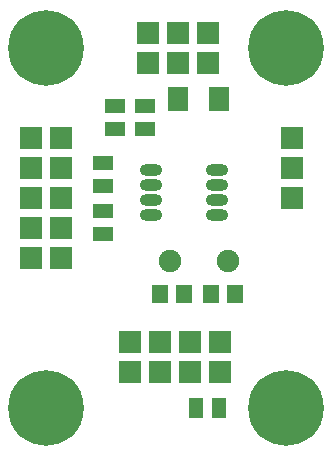
<source format=gbr>
%TF.GenerationSoftware,KiCad,Pcbnew,(2017-02-05 revision 431abcf)-makepkg*%
%TF.CreationDate,2017-12-05T08:02:20+01:00*%
%TF.ProjectId,RTC03A,5254433033412E6B696361645F706362,REV*%
%TF.FileFunction,Soldermask,Bot*%
%TF.FilePolarity,Negative*%
%FSLAX46Y46*%
G04 Gerber Fmt 4.6, Leading zero omitted, Abs format (unit mm)*
G04 Created by KiCad (PCBNEW (2017-02-05 revision 431abcf)-makepkg) date 12/05/17 08:02:20*
%MOMM*%
%LPD*%
G01*
G04 APERTURE LIST*
%ADD10C,0.150000*%
%ADD11R,1.289000X1.797000*%
%ADD12C,1.901140*%
%ADD13R,1.797000X1.289000*%
%ADD14R,1.700480X2.099260*%
%ADD15R,1.400000X1.650000*%
%ADD16O,1.873200X1.009600*%
%ADD17C,6.400000*%
%ADD18R,1.924000X1.924000*%
G04 APERTURE END LIST*
D10*
D11*
%TO.C,R1*%
X146748500Y-132080000D03*
X144843500Y-132080000D03*
%TD*%
D12*
%TO.C,Y1*%
X142593060Y-119634000D03*
X147474940Y-119634000D03*
%TD*%
D13*
%TO.C,C3*%
X137922000Y-106489500D03*
X137922000Y-108394500D03*
%TD*%
%TO.C,C4*%
X140462000Y-106489500D03*
X140462000Y-108394500D03*
%TD*%
D14*
%TO.C,D1*%
X143283940Y-105918000D03*
X146784060Y-105918000D03*
%TD*%
D15*
%TO.C,C2*%
X146066000Y-122428000D03*
X148066000Y-122428000D03*
%TD*%
%TO.C,C1*%
X143748000Y-122428000D03*
X141748000Y-122428000D03*
%TD*%
D16*
%TO.C,U1*%
X140970000Y-111887000D03*
X140970000Y-113157000D03*
X140970000Y-114427000D03*
X140970000Y-115697000D03*
X146558000Y-115697000D03*
X146558000Y-114427000D03*
X146558000Y-113157000D03*
X146558000Y-111887000D03*
%TD*%
D13*
%TO.C,R2*%
X136906000Y-111315500D03*
X136906000Y-113220500D03*
%TD*%
D17*
%TO.C,M1*%
X152400000Y-101600000D03*
%TD*%
%TO.C,M2*%
X132080000Y-101600000D03*
%TD*%
%TO.C,M3*%
X152400000Y-132080000D03*
%TD*%
%TO.C,M4*%
X132080000Y-132080000D03*
%TD*%
D18*
%TO.C,J1*%
X144272000Y-126492000D03*
X144272000Y-129032000D03*
X141732000Y-126492000D03*
X141732000Y-129032000D03*
%TD*%
%TO.C,J3*%
X139192000Y-129032000D03*
X139192000Y-126492000D03*
%TD*%
%TO.C,J4*%
X133350000Y-119380000D03*
X130810000Y-119380000D03*
X133350000Y-116840000D03*
X130810000Y-116840000D03*
X133350000Y-114300000D03*
X130810000Y-114300000D03*
X133350000Y-111760000D03*
X130810000Y-111760000D03*
X133350000Y-109220000D03*
X130810000Y-109220000D03*
%TD*%
%TO.C,J5*%
X140716000Y-102870000D03*
X140716000Y-100330000D03*
X143256000Y-102870000D03*
X143256000Y-100330000D03*
X145796000Y-102870000D03*
X145796000Y-100330000D03*
%TD*%
%TO.C,J2*%
X152908000Y-109220000D03*
X152908000Y-111760000D03*
X152908000Y-114300000D03*
%TD*%
D13*
%TO.C,R3*%
X136906000Y-115379500D03*
X136906000Y-117284500D03*
%TD*%
D18*
%TO.C,J6*%
X146812000Y-129032000D03*
X146812000Y-126492000D03*
%TD*%
M02*

</source>
